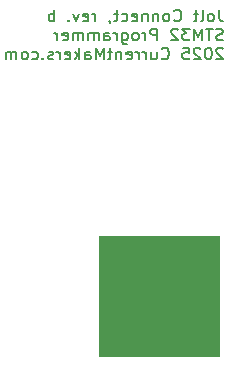
<source format=gbo>
%TF.GenerationSoftware,KiCad,Pcbnew,9.0.4+dfsg-1*%
%TF.CreationDate,2025-10-02T09:05:41+08:00*%
%TF.ProjectId,stlink,73746c69-6e6b-42e6-9b69-6361645f7063,b*%
%TF.SameCoordinates,Original*%
%TF.FileFunction,Legend,Bot*%
%TF.FilePolarity,Positive*%
%FSLAX45Y45*%
G04 Gerber Fmt 4.5, Leading zero omitted, Abs format (unit mm)*
G04 Created by KiCad (PCBNEW 9.0.4+dfsg-1) date 2025-10-02 09:05:41*
%MOMM*%
%LPD*%
G01*
G04 APERTURE LIST*
%ADD10C,0.120000*%
%ADD11C,0.150000*%
G04 APERTURE END LIST*
D10*
X12954000Y-9207500D02*
X13970000Y-9207500D01*
X13970000Y-10223500D01*
X12954000Y-10223500D01*
X12954000Y-9207500D01*
G36*
X12954000Y-9207500D02*
G01*
X13970000Y-9207500D01*
X13970000Y-10223500D01*
X12954000Y-10223500D01*
X12954000Y-9207500D01*
G37*
D11*
X13971251Y-7293782D02*
X13971251Y-7365210D01*
X13971251Y-7365210D02*
X13976012Y-7379496D01*
X13976012Y-7379496D02*
X13985536Y-7389020D01*
X13985536Y-7389020D02*
X13999822Y-7393782D01*
X13999822Y-7393782D02*
X14009346Y-7393782D01*
X13909346Y-7393782D02*
X13918870Y-7389020D01*
X13918870Y-7389020D02*
X13923631Y-7384258D01*
X13923631Y-7384258D02*
X13928393Y-7374734D01*
X13928393Y-7374734D02*
X13928393Y-7346163D01*
X13928393Y-7346163D02*
X13923631Y-7336639D01*
X13923631Y-7336639D02*
X13918870Y-7331877D01*
X13918870Y-7331877D02*
X13909346Y-7327115D01*
X13909346Y-7327115D02*
X13895060Y-7327115D01*
X13895060Y-7327115D02*
X13885536Y-7331877D01*
X13885536Y-7331877D02*
X13880774Y-7336639D01*
X13880774Y-7336639D02*
X13876012Y-7346163D01*
X13876012Y-7346163D02*
X13876012Y-7374734D01*
X13876012Y-7374734D02*
X13880774Y-7384258D01*
X13880774Y-7384258D02*
X13885536Y-7389020D01*
X13885536Y-7389020D02*
X13895060Y-7393782D01*
X13895060Y-7393782D02*
X13909346Y-7393782D01*
X13818870Y-7393782D02*
X13828393Y-7389020D01*
X13828393Y-7389020D02*
X13833155Y-7379496D01*
X13833155Y-7379496D02*
X13833155Y-7293782D01*
X13795060Y-7327115D02*
X13756965Y-7327115D01*
X13780774Y-7293782D02*
X13780774Y-7379496D01*
X13780774Y-7379496D02*
X13776012Y-7389020D01*
X13776012Y-7389020D02*
X13766489Y-7393782D01*
X13766489Y-7393782D02*
X13756965Y-7393782D01*
X13590298Y-7384258D02*
X13595060Y-7389020D01*
X13595060Y-7389020D02*
X13609346Y-7393782D01*
X13609346Y-7393782D02*
X13618869Y-7393782D01*
X13618869Y-7393782D02*
X13633155Y-7389020D01*
X13633155Y-7389020D02*
X13642679Y-7379496D01*
X13642679Y-7379496D02*
X13647441Y-7369972D01*
X13647441Y-7369972D02*
X13652203Y-7350925D01*
X13652203Y-7350925D02*
X13652203Y-7336639D01*
X13652203Y-7336639D02*
X13647441Y-7317591D01*
X13647441Y-7317591D02*
X13642679Y-7308068D01*
X13642679Y-7308068D02*
X13633155Y-7298544D01*
X13633155Y-7298544D02*
X13618869Y-7293782D01*
X13618869Y-7293782D02*
X13609346Y-7293782D01*
X13609346Y-7293782D02*
X13595060Y-7298544D01*
X13595060Y-7298544D02*
X13590298Y-7303306D01*
X13533155Y-7393782D02*
X13542679Y-7389020D01*
X13542679Y-7389020D02*
X13547441Y-7384258D01*
X13547441Y-7384258D02*
X13552203Y-7374734D01*
X13552203Y-7374734D02*
X13552203Y-7346163D01*
X13552203Y-7346163D02*
X13547441Y-7336639D01*
X13547441Y-7336639D02*
X13542679Y-7331877D01*
X13542679Y-7331877D02*
X13533155Y-7327115D01*
X13533155Y-7327115D02*
X13518869Y-7327115D01*
X13518869Y-7327115D02*
X13509346Y-7331877D01*
X13509346Y-7331877D02*
X13504584Y-7336639D01*
X13504584Y-7336639D02*
X13499822Y-7346163D01*
X13499822Y-7346163D02*
X13499822Y-7374734D01*
X13499822Y-7374734D02*
X13504584Y-7384258D01*
X13504584Y-7384258D02*
X13509346Y-7389020D01*
X13509346Y-7389020D02*
X13518869Y-7393782D01*
X13518869Y-7393782D02*
X13533155Y-7393782D01*
X13456965Y-7327115D02*
X13456965Y-7393782D01*
X13456965Y-7336639D02*
X13452203Y-7331877D01*
X13452203Y-7331877D02*
X13442679Y-7327115D01*
X13442679Y-7327115D02*
X13428393Y-7327115D01*
X13428393Y-7327115D02*
X13418869Y-7331877D01*
X13418869Y-7331877D02*
X13414108Y-7341401D01*
X13414108Y-7341401D02*
X13414108Y-7393782D01*
X13366488Y-7327115D02*
X13366488Y-7393782D01*
X13366488Y-7336639D02*
X13361727Y-7331877D01*
X13361727Y-7331877D02*
X13352203Y-7327115D01*
X13352203Y-7327115D02*
X13337917Y-7327115D01*
X13337917Y-7327115D02*
X13328393Y-7331877D01*
X13328393Y-7331877D02*
X13323631Y-7341401D01*
X13323631Y-7341401D02*
X13323631Y-7393782D01*
X13237917Y-7389020D02*
X13247441Y-7393782D01*
X13247441Y-7393782D02*
X13266488Y-7393782D01*
X13266488Y-7393782D02*
X13276012Y-7389020D01*
X13276012Y-7389020D02*
X13280774Y-7379496D01*
X13280774Y-7379496D02*
X13280774Y-7341401D01*
X13280774Y-7341401D02*
X13276012Y-7331877D01*
X13276012Y-7331877D02*
X13266488Y-7327115D01*
X13266488Y-7327115D02*
X13247441Y-7327115D01*
X13247441Y-7327115D02*
X13237917Y-7331877D01*
X13237917Y-7331877D02*
X13233155Y-7341401D01*
X13233155Y-7341401D02*
X13233155Y-7350925D01*
X13233155Y-7350925D02*
X13280774Y-7360448D01*
X13147441Y-7389020D02*
X13156965Y-7393782D01*
X13156965Y-7393782D02*
X13176012Y-7393782D01*
X13176012Y-7393782D02*
X13185536Y-7389020D01*
X13185536Y-7389020D02*
X13190298Y-7384258D01*
X13190298Y-7384258D02*
X13195060Y-7374734D01*
X13195060Y-7374734D02*
X13195060Y-7346163D01*
X13195060Y-7346163D02*
X13190298Y-7336639D01*
X13190298Y-7336639D02*
X13185536Y-7331877D01*
X13185536Y-7331877D02*
X13176012Y-7327115D01*
X13176012Y-7327115D02*
X13156965Y-7327115D01*
X13156965Y-7327115D02*
X13147441Y-7331877D01*
X13118869Y-7327115D02*
X13080774Y-7327115D01*
X13104584Y-7293782D02*
X13104584Y-7379496D01*
X13104584Y-7379496D02*
X13099822Y-7389020D01*
X13099822Y-7389020D02*
X13090298Y-7393782D01*
X13090298Y-7393782D02*
X13080774Y-7393782D01*
X13042679Y-7389020D02*
X13042679Y-7393782D01*
X13042679Y-7393782D02*
X13047441Y-7403306D01*
X13047441Y-7403306D02*
X13052203Y-7408068D01*
X12923631Y-7393782D02*
X12923631Y-7327115D01*
X12923631Y-7346163D02*
X12918869Y-7336639D01*
X12918869Y-7336639D02*
X12914107Y-7331877D01*
X12914107Y-7331877D02*
X12904584Y-7327115D01*
X12904584Y-7327115D02*
X12895060Y-7327115D01*
X12823631Y-7389020D02*
X12833155Y-7393782D01*
X12833155Y-7393782D02*
X12852203Y-7393782D01*
X12852203Y-7393782D02*
X12861726Y-7389020D01*
X12861726Y-7389020D02*
X12866488Y-7379496D01*
X12866488Y-7379496D02*
X12866488Y-7341401D01*
X12866488Y-7341401D02*
X12861726Y-7331877D01*
X12861726Y-7331877D02*
X12852203Y-7327115D01*
X12852203Y-7327115D02*
X12833155Y-7327115D01*
X12833155Y-7327115D02*
X12823631Y-7331877D01*
X12823631Y-7331877D02*
X12818869Y-7341401D01*
X12818869Y-7341401D02*
X12818869Y-7350925D01*
X12818869Y-7350925D02*
X12866488Y-7360448D01*
X12785536Y-7327115D02*
X12761726Y-7393782D01*
X12761726Y-7393782D02*
X12737917Y-7327115D01*
X12699822Y-7384258D02*
X12695060Y-7389020D01*
X12695060Y-7389020D02*
X12699822Y-7393782D01*
X12699822Y-7393782D02*
X12704584Y-7389020D01*
X12704584Y-7389020D02*
X12699822Y-7384258D01*
X12699822Y-7384258D02*
X12699822Y-7393782D01*
X12576012Y-7393782D02*
X12576012Y-7293782D01*
X12576012Y-7331877D02*
X12566488Y-7327115D01*
X12566488Y-7327115D02*
X12547441Y-7327115D01*
X12547441Y-7327115D02*
X12537917Y-7331877D01*
X12537917Y-7331877D02*
X12533155Y-7336639D01*
X12533155Y-7336639D02*
X12528393Y-7346163D01*
X12528393Y-7346163D02*
X12528393Y-7374734D01*
X12528393Y-7374734D02*
X12533155Y-7384258D01*
X12533155Y-7384258D02*
X12537917Y-7389020D01*
X12537917Y-7389020D02*
X12547441Y-7393782D01*
X12547441Y-7393782D02*
X12566488Y-7393782D01*
X12566488Y-7393782D02*
X12576012Y-7389020D01*
X14004584Y-7550014D02*
X13990298Y-7554776D01*
X13990298Y-7554776D02*
X13966489Y-7554776D01*
X13966489Y-7554776D02*
X13956965Y-7550014D01*
X13956965Y-7550014D02*
X13952203Y-7545252D01*
X13952203Y-7545252D02*
X13947441Y-7535729D01*
X13947441Y-7535729D02*
X13947441Y-7526205D01*
X13947441Y-7526205D02*
X13952203Y-7516681D01*
X13952203Y-7516681D02*
X13956965Y-7511919D01*
X13956965Y-7511919D02*
X13966489Y-7507157D01*
X13966489Y-7507157D02*
X13985536Y-7502395D01*
X13985536Y-7502395D02*
X13995060Y-7497633D01*
X13995060Y-7497633D02*
X13999822Y-7492871D01*
X13999822Y-7492871D02*
X14004584Y-7483348D01*
X14004584Y-7483348D02*
X14004584Y-7473824D01*
X14004584Y-7473824D02*
X13999822Y-7464300D01*
X13999822Y-7464300D02*
X13995060Y-7459538D01*
X13995060Y-7459538D02*
X13985536Y-7454776D01*
X13985536Y-7454776D02*
X13961727Y-7454776D01*
X13961727Y-7454776D02*
X13947441Y-7459538D01*
X13918870Y-7454776D02*
X13861727Y-7454776D01*
X13890298Y-7554776D02*
X13890298Y-7454776D01*
X13828393Y-7554776D02*
X13828393Y-7454776D01*
X13828393Y-7454776D02*
X13795060Y-7526205D01*
X13795060Y-7526205D02*
X13761727Y-7454776D01*
X13761727Y-7454776D02*
X13761727Y-7554776D01*
X13723631Y-7454776D02*
X13661727Y-7454776D01*
X13661727Y-7454776D02*
X13695060Y-7492871D01*
X13695060Y-7492871D02*
X13680774Y-7492871D01*
X13680774Y-7492871D02*
X13671251Y-7497633D01*
X13671251Y-7497633D02*
X13666489Y-7502395D01*
X13666489Y-7502395D02*
X13661727Y-7511919D01*
X13661727Y-7511919D02*
X13661727Y-7535729D01*
X13661727Y-7535729D02*
X13666489Y-7545252D01*
X13666489Y-7545252D02*
X13671251Y-7550014D01*
X13671251Y-7550014D02*
X13680774Y-7554776D01*
X13680774Y-7554776D02*
X13709346Y-7554776D01*
X13709346Y-7554776D02*
X13718870Y-7550014D01*
X13718870Y-7550014D02*
X13723631Y-7545252D01*
X13623631Y-7464300D02*
X13618870Y-7459538D01*
X13618870Y-7459538D02*
X13609346Y-7454776D01*
X13609346Y-7454776D02*
X13585536Y-7454776D01*
X13585536Y-7454776D02*
X13576012Y-7459538D01*
X13576012Y-7459538D02*
X13571251Y-7464300D01*
X13571251Y-7464300D02*
X13566489Y-7473824D01*
X13566489Y-7473824D02*
X13566489Y-7483348D01*
X13566489Y-7483348D02*
X13571251Y-7497633D01*
X13571251Y-7497633D02*
X13628393Y-7554776D01*
X13628393Y-7554776D02*
X13566489Y-7554776D01*
X13447441Y-7554776D02*
X13447441Y-7454776D01*
X13447441Y-7454776D02*
X13409346Y-7454776D01*
X13409346Y-7454776D02*
X13399822Y-7459538D01*
X13399822Y-7459538D02*
X13395060Y-7464300D01*
X13395060Y-7464300D02*
X13390298Y-7473824D01*
X13390298Y-7473824D02*
X13390298Y-7488110D01*
X13390298Y-7488110D02*
X13395060Y-7497633D01*
X13395060Y-7497633D02*
X13399822Y-7502395D01*
X13399822Y-7502395D02*
X13409346Y-7507157D01*
X13409346Y-7507157D02*
X13447441Y-7507157D01*
X13347441Y-7554776D02*
X13347441Y-7488110D01*
X13347441Y-7507157D02*
X13342679Y-7497633D01*
X13342679Y-7497633D02*
X13337917Y-7492871D01*
X13337917Y-7492871D02*
X13328393Y-7488110D01*
X13328393Y-7488110D02*
X13318870Y-7488110D01*
X13271250Y-7554776D02*
X13280774Y-7550014D01*
X13280774Y-7550014D02*
X13285536Y-7545252D01*
X13285536Y-7545252D02*
X13290298Y-7535729D01*
X13290298Y-7535729D02*
X13290298Y-7507157D01*
X13290298Y-7507157D02*
X13285536Y-7497633D01*
X13285536Y-7497633D02*
X13280774Y-7492871D01*
X13280774Y-7492871D02*
X13271250Y-7488110D01*
X13271250Y-7488110D02*
X13256965Y-7488110D01*
X13256965Y-7488110D02*
X13247441Y-7492871D01*
X13247441Y-7492871D02*
X13242679Y-7497633D01*
X13242679Y-7497633D02*
X13237917Y-7507157D01*
X13237917Y-7507157D02*
X13237917Y-7535729D01*
X13237917Y-7535729D02*
X13242679Y-7545252D01*
X13242679Y-7545252D02*
X13247441Y-7550014D01*
X13247441Y-7550014D02*
X13256965Y-7554776D01*
X13256965Y-7554776D02*
X13271250Y-7554776D01*
X13152203Y-7488110D02*
X13152203Y-7569062D01*
X13152203Y-7569062D02*
X13156965Y-7578586D01*
X13156965Y-7578586D02*
X13161727Y-7583348D01*
X13161727Y-7583348D02*
X13171250Y-7588110D01*
X13171250Y-7588110D02*
X13185536Y-7588110D01*
X13185536Y-7588110D02*
X13195060Y-7583348D01*
X13152203Y-7550014D02*
X13161727Y-7554776D01*
X13161727Y-7554776D02*
X13180774Y-7554776D01*
X13180774Y-7554776D02*
X13190298Y-7550014D01*
X13190298Y-7550014D02*
X13195060Y-7545252D01*
X13195060Y-7545252D02*
X13199822Y-7535729D01*
X13199822Y-7535729D02*
X13199822Y-7507157D01*
X13199822Y-7507157D02*
X13195060Y-7497633D01*
X13195060Y-7497633D02*
X13190298Y-7492871D01*
X13190298Y-7492871D02*
X13180774Y-7488110D01*
X13180774Y-7488110D02*
X13161727Y-7488110D01*
X13161727Y-7488110D02*
X13152203Y-7492871D01*
X13104584Y-7554776D02*
X13104584Y-7488110D01*
X13104584Y-7507157D02*
X13099822Y-7497633D01*
X13099822Y-7497633D02*
X13095060Y-7492871D01*
X13095060Y-7492871D02*
X13085536Y-7488110D01*
X13085536Y-7488110D02*
X13076012Y-7488110D01*
X12999822Y-7554776D02*
X12999822Y-7502395D01*
X12999822Y-7502395D02*
X13004584Y-7492871D01*
X13004584Y-7492871D02*
X13014108Y-7488110D01*
X13014108Y-7488110D02*
X13033155Y-7488110D01*
X13033155Y-7488110D02*
X13042679Y-7492871D01*
X12999822Y-7550014D02*
X13009346Y-7554776D01*
X13009346Y-7554776D02*
X13033155Y-7554776D01*
X13033155Y-7554776D02*
X13042679Y-7550014D01*
X13042679Y-7550014D02*
X13047441Y-7540490D01*
X13047441Y-7540490D02*
X13047441Y-7530967D01*
X13047441Y-7530967D02*
X13042679Y-7521443D01*
X13042679Y-7521443D02*
X13033155Y-7516681D01*
X13033155Y-7516681D02*
X13009346Y-7516681D01*
X13009346Y-7516681D02*
X12999822Y-7511919D01*
X12952203Y-7554776D02*
X12952203Y-7488110D01*
X12952203Y-7497633D02*
X12947441Y-7492871D01*
X12947441Y-7492871D02*
X12937917Y-7488110D01*
X12937917Y-7488110D02*
X12923631Y-7488110D01*
X12923631Y-7488110D02*
X12914108Y-7492871D01*
X12914108Y-7492871D02*
X12909346Y-7502395D01*
X12909346Y-7502395D02*
X12909346Y-7554776D01*
X12909346Y-7502395D02*
X12904584Y-7492871D01*
X12904584Y-7492871D02*
X12895060Y-7488110D01*
X12895060Y-7488110D02*
X12880774Y-7488110D01*
X12880774Y-7488110D02*
X12871250Y-7492871D01*
X12871250Y-7492871D02*
X12866488Y-7502395D01*
X12866488Y-7502395D02*
X12866488Y-7554776D01*
X12818869Y-7554776D02*
X12818869Y-7488110D01*
X12818869Y-7497633D02*
X12814108Y-7492871D01*
X12814108Y-7492871D02*
X12804584Y-7488110D01*
X12804584Y-7488110D02*
X12790298Y-7488110D01*
X12790298Y-7488110D02*
X12780774Y-7492871D01*
X12780774Y-7492871D02*
X12776012Y-7502395D01*
X12776012Y-7502395D02*
X12776012Y-7554776D01*
X12776012Y-7502395D02*
X12771250Y-7492871D01*
X12771250Y-7492871D02*
X12761727Y-7488110D01*
X12761727Y-7488110D02*
X12747441Y-7488110D01*
X12747441Y-7488110D02*
X12737917Y-7492871D01*
X12737917Y-7492871D02*
X12733155Y-7502395D01*
X12733155Y-7502395D02*
X12733155Y-7554776D01*
X12647441Y-7550014D02*
X12656965Y-7554776D01*
X12656965Y-7554776D02*
X12676012Y-7554776D01*
X12676012Y-7554776D02*
X12685536Y-7550014D01*
X12685536Y-7550014D02*
X12690298Y-7540490D01*
X12690298Y-7540490D02*
X12690298Y-7502395D01*
X12690298Y-7502395D02*
X12685536Y-7492871D01*
X12685536Y-7492871D02*
X12676012Y-7488110D01*
X12676012Y-7488110D02*
X12656965Y-7488110D01*
X12656965Y-7488110D02*
X12647441Y-7492871D01*
X12647441Y-7492871D02*
X12642679Y-7502395D01*
X12642679Y-7502395D02*
X12642679Y-7511919D01*
X12642679Y-7511919D02*
X12690298Y-7521443D01*
X12599822Y-7554776D02*
X12599822Y-7488110D01*
X12599822Y-7507157D02*
X12595060Y-7497633D01*
X12595060Y-7497633D02*
X12590298Y-7492871D01*
X12590298Y-7492871D02*
X12580774Y-7488110D01*
X12580774Y-7488110D02*
X12571250Y-7488110D01*
X14004584Y-7625294D02*
X13999822Y-7620533D01*
X13999822Y-7620533D02*
X13990298Y-7615771D01*
X13990298Y-7615771D02*
X13966489Y-7615771D01*
X13966489Y-7615771D02*
X13956965Y-7620533D01*
X13956965Y-7620533D02*
X13952203Y-7625294D01*
X13952203Y-7625294D02*
X13947441Y-7634818D01*
X13947441Y-7634818D02*
X13947441Y-7644342D01*
X13947441Y-7644342D02*
X13952203Y-7658628D01*
X13952203Y-7658628D02*
X14009346Y-7715771D01*
X14009346Y-7715771D02*
X13947441Y-7715771D01*
X13885536Y-7615771D02*
X13876012Y-7615771D01*
X13876012Y-7615771D02*
X13866489Y-7620533D01*
X13866489Y-7620533D02*
X13861727Y-7625294D01*
X13861727Y-7625294D02*
X13856965Y-7634818D01*
X13856965Y-7634818D02*
X13852203Y-7653866D01*
X13852203Y-7653866D02*
X13852203Y-7677675D01*
X13852203Y-7677675D02*
X13856965Y-7696723D01*
X13856965Y-7696723D02*
X13861727Y-7706247D01*
X13861727Y-7706247D02*
X13866489Y-7711009D01*
X13866489Y-7711009D02*
X13876012Y-7715771D01*
X13876012Y-7715771D02*
X13885536Y-7715771D01*
X13885536Y-7715771D02*
X13895060Y-7711009D01*
X13895060Y-7711009D02*
X13899822Y-7706247D01*
X13899822Y-7706247D02*
X13904584Y-7696723D01*
X13904584Y-7696723D02*
X13909346Y-7677675D01*
X13909346Y-7677675D02*
X13909346Y-7653866D01*
X13909346Y-7653866D02*
X13904584Y-7634818D01*
X13904584Y-7634818D02*
X13899822Y-7625294D01*
X13899822Y-7625294D02*
X13895060Y-7620533D01*
X13895060Y-7620533D02*
X13885536Y-7615771D01*
X13814108Y-7625294D02*
X13809346Y-7620533D01*
X13809346Y-7620533D02*
X13799822Y-7615771D01*
X13799822Y-7615771D02*
X13776012Y-7615771D01*
X13776012Y-7615771D02*
X13766489Y-7620533D01*
X13766489Y-7620533D02*
X13761727Y-7625294D01*
X13761727Y-7625294D02*
X13756965Y-7634818D01*
X13756965Y-7634818D02*
X13756965Y-7644342D01*
X13756965Y-7644342D02*
X13761727Y-7658628D01*
X13761727Y-7658628D02*
X13818870Y-7715771D01*
X13818870Y-7715771D02*
X13756965Y-7715771D01*
X13666489Y-7615771D02*
X13714108Y-7615771D01*
X13714108Y-7615771D02*
X13718870Y-7663390D01*
X13718870Y-7663390D02*
X13714108Y-7658628D01*
X13714108Y-7658628D02*
X13704584Y-7653866D01*
X13704584Y-7653866D02*
X13680774Y-7653866D01*
X13680774Y-7653866D02*
X13671251Y-7658628D01*
X13671251Y-7658628D02*
X13666489Y-7663390D01*
X13666489Y-7663390D02*
X13661727Y-7672913D01*
X13661727Y-7672913D02*
X13661727Y-7696723D01*
X13661727Y-7696723D02*
X13666489Y-7706247D01*
X13666489Y-7706247D02*
X13671251Y-7711009D01*
X13671251Y-7711009D02*
X13680774Y-7715771D01*
X13680774Y-7715771D02*
X13704584Y-7715771D01*
X13704584Y-7715771D02*
X13714108Y-7711009D01*
X13714108Y-7711009D02*
X13718870Y-7706247D01*
X13485536Y-7706247D02*
X13490298Y-7711009D01*
X13490298Y-7711009D02*
X13504584Y-7715771D01*
X13504584Y-7715771D02*
X13514108Y-7715771D01*
X13514108Y-7715771D02*
X13528393Y-7711009D01*
X13528393Y-7711009D02*
X13537917Y-7701485D01*
X13537917Y-7701485D02*
X13542679Y-7691961D01*
X13542679Y-7691961D02*
X13547441Y-7672913D01*
X13547441Y-7672913D02*
X13547441Y-7658628D01*
X13547441Y-7658628D02*
X13542679Y-7639580D01*
X13542679Y-7639580D02*
X13537917Y-7630056D01*
X13537917Y-7630056D02*
X13528393Y-7620533D01*
X13528393Y-7620533D02*
X13514108Y-7615771D01*
X13514108Y-7615771D02*
X13504584Y-7615771D01*
X13504584Y-7615771D02*
X13490298Y-7620533D01*
X13490298Y-7620533D02*
X13485536Y-7625294D01*
X13399822Y-7649104D02*
X13399822Y-7715771D01*
X13442679Y-7649104D02*
X13442679Y-7701485D01*
X13442679Y-7701485D02*
X13437917Y-7711009D01*
X13437917Y-7711009D02*
X13428393Y-7715771D01*
X13428393Y-7715771D02*
X13414108Y-7715771D01*
X13414108Y-7715771D02*
X13404584Y-7711009D01*
X13404584Y-7711009D02*
X13399822Y-7706247D01*
X13352203Y-7715771D02*
X13352203Y-7649104D01*
X13352203Y-7668152D02*
X13347441Y-7658628D01*
X13347441Y-7658628D02*
X13342679Y-7653866D01*
X13342679Y-7653866D02*
X13333155Y-7649104D01*
X13333155Y-7649104D02*
X13323631Y-7649104D01*
X13290298Y-7715771D02*
X13290298Y-7649104D01*
X13290298Y-7668152D02*
X13285536Y-7658628D01*
X13285536Y-7658628D02*
X13280774Y-7653866D01*
X13280774Y-7653866D02*
X13271250Y-7649104D01*
X13271250Y-7649104D02*
X13261727Y-7649104D01*
X13190298Y-7711009D02*
X13199822Y-7715771D01*
X13199822Y-7715771D02*
X13218869Y-7715771D01*
X13218869Y-7715771D02*
X13228393Y-7711009D01*
X13228393Y-7711009D02*
X13233155Y-7701485D01*
X13233155Y-7701485D02*
X13233155Y-7663390D01*
X13233155Y-7663390D02*
X13228393Y-7653866D01*
X13228393Y-7653866D02*
X13218869Y-7649104D01*
X13218869Y-7649104D02*
X13199822Y-7649104D01*
X13199822Y-7649104D02*
X13190298Y-7653866D01*
X13190298Y-7653866D02*
X13185536Y-7663390D01*
X13185536Y-7663390D02*
X13185536Y-7672913D01*
X13185536Y-7672913D02*
X13233155Y-7682437D01*
X13142679Y-7649104D02*
X13142679Y-7715771D01*
X13142679Y-7658628D02*
X13137917Y-7653866D01*
X13137917Y-7653866D02*
X13128393Y-7649104D01*
X13128393Y-7649104D02*
X13114108Y-7649104D01*
X13114108Y-7649104D02*
X13104584Y-7653866D01*
X13104584Y-7653866D02*
X13099822Y-7663390D01*
X13099822Y-7663390D02*
X13099822Y-7715771D01*
X13066488Y-7649104D02*
X13028393Y-7649104D01*
X13052203Y-7615771D02*
X13052203Y-7701485D01*
X13052203Y-7701485D02*
X13047441Y-7711009D01*
X13047441Y-7711009D02*
X13037917Y-7715771D01*
X13037917Y-7715771D02*
X13028393Y-7715771D01*
X12995060Y-7715771D02*
X12995060Y-7615771D01*
X12995060Y-7615771D02*
X12961727Y-7687199D01*
X12961727Y-7687199D02*
X12928393Y-7615771D01*
X12928393Y-7615771D02*
X12928393Y-7715771D01*
X12837917Y-7715771D02*
X12837917Y-7663390D01*
X12837917Y-7663390D02*
X12842679Y-7653866D01*
X12842679Y-7653866D02*
X12852203Y-7649104D01*
X12852203Y-7649104D02*
X12871250Y-7649104D01*
X12871250Y-7649104D02*
X12880774Y-7653866D01*
X12837917Y-7711009D02*
X12847441Y-7715771D01*
X12847441Y-7715771D02*
X12871250Y-7715771D01*
X12871250Y-7715771D02*
X12880774Y-7711009D01*
X12880774Y-7711009D02*
X12885536Y-7701485D01*
X12885536Y-7701485D02*
X12885536Y-7691961D01*
X12885536Y-7691961D02*
X12880774Y-7682437D01*
X12880774Y-7682437D02*
X12871250Y-7677675D01*
X12871250Y-7677675D02*
X12847441Y-7677675D01*
X12847441Y-7677675D02*
X12837917Y-7672913D01*
X12790298Y-7715771D02*
X12790298Y-7615771D01*
X12780774Y-7677675D02*
X12752203Y-7715771D01*
X12752203Y-7649104D02*
X12790298Y-7687199D01*
X12671250Y-7711009D02*
X12680774Y-7715771D01*
X12680774Y-7715771D02*
X12699822Y-7715771D01*
X12699822Y-7715771D02*
X12709346Y-7711009D01*
X12709346Y-7711009D02*
X12714107Y-7701485D01*
X12714107Y-7701485D02*
X12714107Y-7663390D01*
X12714107Y-7663390D02*
X12709346Y-7653866D01*
X12709346Y-7653866D02*
X12699822Y-7649104D01*
X12699822Y-7649104D02*
X12680774Y-7649104D01*
X12680774Y-7649104D02*
X12671250Y-7653866D01*
X12671250Y-7653866D02*
X12666488Y-7663390D01*
X12666488Y-7663390D02*
X12666488Y-7672913D01*
X12666488Y-7672913D02*
X12714107Y-7682437D01*
X12623631Y-7715771D02*
X12623631Y-7649104D01*
X12623631Y-7668152D02*
X12618869Y-7658628D01*
X12618869Y-7658628D02*
X12614107Y-7653866D01*
X12614107Y-7653866D02*
X12604584Y-7649104D01*
X12604584Y-7649104D02*
X12595060Y-7649104D01*
X12566488Y-7711009D02*
X12556965Y-7715771D01*
X12556965Y-7715771D02*
X12537917Y-7715771D01*
X12537917Y-7715771D02*
X12528393Y-7711009D01*
X12528393Y-7711009D02*
X12523631Y-7701485D01*
X12523631Y-7701485D02*
X12523631Y-7696723D01*
X12523631Y-7696723D02*
X12528393Y-7687199D01*
X12528393Y-7687199D02*
X12537917Y-7682437D01*
X12537917Y-7682437D02*
X12552203Y-7682437D01*
X12552203Y-7682437D02*
X12561726Y-7677675D01*
X12561726Y-7677675D02*
X12566488Y-7668152D01*
X12566488Y-7668152D02*
X12566488Y-7663390D01*
X12566488Y-7663390D02*
X12561726Y-7653866D01*
X12561726Y-7653866D02*
X12552203Y-7649104D01*
X12552203Y-7649104D02*
X12537917Y-7649104D01*
X12537917Y-7649104D02*
X12528393Y-7653866D01*
X12480774Y-7706247D02*
X12476012Y-7711009D01*
X12476012Y-7711009D02*
X12480774Y-7715771D01*
X12480774Y-7715771D02*
X12485536Y-7711009D01*
X12485536Y-7711009D02*
X12480774Y-7706247D01*
X12480774Y-7706247D02*
X12480774Y-7715771D01*
X12390298Y-7711009D02*
X12399822Y-7715771D01*
X12399822Y-7715771D02*
X12418869Y-7715771D01*
X12418869Y-7715771D02*
X12428393Y-7711009D01*
X12428393Y-7711009D02*
X12433155Y-7706247D01*
X12433155Y-7706247D02*
X12437917Y-7696723D01*
X12437917Y-7696723D02*
X12437917Y-7668152D01*
X12437917Y-7668152D02*
X12433155Y-7658628D01*
X12433155Y-7658628D02*
X12428393Y-7653866D01*
X12428393Y-7653866D02*
X12418869Y-7649104D01*
X12418869Y-7649104D02*
X12399822Y-7649104D01*
X12399822Y-7649104D02*
X12390298Y-7653866D01*
X12333155Y-7715771D02*
X12342679Y-7711009D01*
X12342679Y-7711009D02*
X12347441Y-7706247D01*
X12347441Y-7706247D02*
X12352203Y-7696723D01*
X12352203Y-7696723D02*
X12352203Y-7668152D01*
X12352203Y-7668152D02*
X12347441Y-7658628D01*
X12347441Y-7658628D02*
X12342679Y-7653866D01*
X12342679Y-7653866D02*
X12333155Y-7649104D01*
X12333155Y-7649104D02*
X12318869Y-7649104D01*
X12318869Y-7649104D02*
X12309346Y-7653866D01*
X12309346Y-7653866D02*
X12304584Y-7658628D01*
X12304584Y-7658628D02*
X12299822Y-7668152D01*
X12299822Y-7668152D02*
X12299822Y-7696723D01*
X12299822Y-7696723D02*
X12304584Y-7706247D01*
X12304584Y-7706247D02*
X12309346Y-7711009D01*
X12309346Y-7711009D02*
X12318869Y-7715771D01*
X12318869Y-7715771D02*
X12333155Y-7715771D01*
X12256965Y-7715771D02*
X12256965Y-7649104D01*
X12256965Y-7658628D02*
X12252203Y-7653866D01*
X12252203Y-7653866D02*
X12242679Y-7649104D01*
X12242679Y-7649104D02*
X12228393Y-7649104D01*
X12228393Y-7649104D02*
X12218869Y-7653866D01*
X12218869Y-7653866D02*
X12214107Y-7663390D01*
X12214107Y-7663390D02*
X12214107Y-7715771D01*
X12214107Y-7663390D02*
X12209346Y-7653866D01*
X12209346Y-7653866D02*
X12199822Y-7649104D01*
X12199822Y-7649104D02*
X12185536Y-7649104D01*
X12185536Y-7649104D02*
X12176012Y-7653866D01*
X12176012Y-7653866D02*
X12171250Y-7663390D01*
X12171250Y-7663390D02*
X12171250Y-7715771D01*
M02*

</source>
